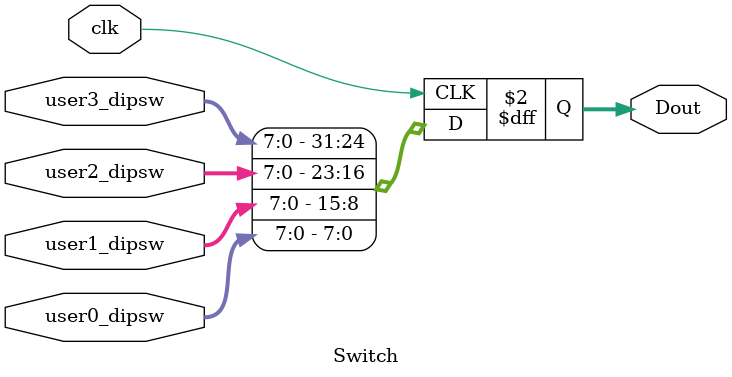
<source format=v>
`timescale 1ns / 1ps
module Switch(/*autoport*/
//output
			Dout,
//input
			clk,
			user0_dipsw,
			user1_dipsw,
			user2_dipsw,
			user3_dipsw);
	input clk;
	input [7:0] user0_dipsw,user1_dipsw,user2_dipsw,user3_dipsw;
	output reg [31:0] Dout;

	always @(posedge clk) begin
		Dout<={user3_dipsw,user2_dipsw,user1_dipsw,user0_dipsw};
	end

endmodule

</source>
